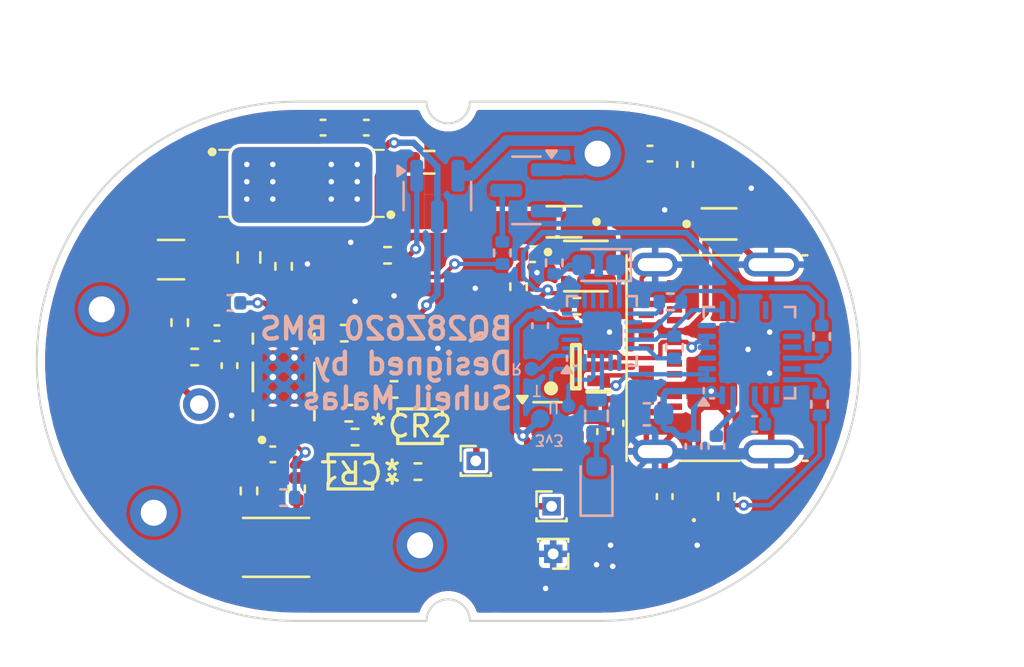
<source format=kicad_pcb>
(kicad_pcb (version 20240108) (generator "pcbnew") (generator_version "8.0")
  (layers (0 "F.Cu" signal) (31 "B.Cu" signal) (34 "B.Paste" user) (35 "F.Paste" user) (36 "B.SilkS" user "B.Silkscreen") (37 "F.SilkS" user "F.Silkscreen") (38 "B.Mask" user) (39 "F.Mask" user) (44 "Edge.Cuts" user))
  (net 0 "")
  (net 1 "VBUS")
  (net 2 "GND")
  (net 3 "+3.3V")
  (net 4 "Net-(C5-Pad1)")
  (net 5 "Vdrive")
  (net 6 "Net-(U2-VREG_1V2)")
  (net 7 "Net-(U2-VREG_2V7)")
  (net 8 "Net-(D2-K)")
  (net 9 "/MainBMS/PBI")
  (net 10 "/MainBMS/VC1")
  (net 11 "/MainBMS/SRN")
  (net 12 "/MainBMS/SRP")
  (net 13 "/MainBMS/FETCAP")
  (net 14 "Net-(C16-Pad1)")
  (net 15 "Net-(C17-Pad2)")
  (net 16 "Net-(CR1-Pad1)")
  (net 17 "Net-(CR2-Pad1)")
  (net 18 "/PowerIn/CC1")
  (net 19 "/PowerIn/CC2")
  (net 20 "Net-(D3-A)")
  (net 21 "Net-(D6-K)")
  (net 22 "/MainBMS/BAT2P")
  (net 23 "/MainBMS/CHG")
  (net 24 "/MainBMS/DSG")
  (net 25 "/MainBMS/PACK")
  (net 26 "/MainBMS/SDA")
  (net 27 "/MainBMS/SCL")
  (net 28 "Net-(IC1-TS1)")
  (net 43 "Net-(Q1-C)")
  (net 44 "Net-(Q1-E)")
  (net 45 "Net-(Q3-D-Pad5)")
  (net 46 "Net-(Q3-G)")
  (net 47 "Net-(Q4-G)")
  (net 48 "Net-(Q5-G)")
  (net 49 "Net-(Q6-Pad3)")
  (net 50 "/PowerIn/GLED")
  (net 51 "SCL")
  (net 52 "Net-(U3-PC0)")
  (net 53 "Net-(U3-PB3)")
  (net 54 "SDA")
  (net 55 "/PowerIn/VBUS_EN")
  (net 56 "/PowerIn/VBUS_VS")
  (net 57 "Net-(R13-Pad1)")
  (net 58 "Net-(R14-Pad1)")
  (net 59 "/MainBMS/BalanceB")
  (net 60 "/PowerIn/UDPI")
  (net 61 "/PowerIn/TX")
  (net 79 "/MainBMS/Bat2P")
  (net 80 "/MainBMS/PACK-")
  (net 81 "/MainBMS/Bat1n")
  (net 82 "/PowerIn/RX")
  (net 83 "/MainBMS/PACK+")
  (footprint "Resistor_SMD:R_0402_1005Metric" (layer "F.Cu") (at 160.45 103.95 180)
    (property "Reference" "R8" (hide yes))
    (property "Value" "100k" (hide yes))
  )
  (footprint "Resistor_SMD:R_0402_1005Metric" (layer "F.Cu") (at 152 107.8 180)
    (property "Reference" "R14" (hide yes))
    (property "Value" "100" (hide yes))
  )
  (footprint "Resistor_SMD:R_0402_1005Metric" (layer "F.Cu") (at 145.3 112.49 90)
    (property "Reference" "R17" (hide yes))
    (property "Value" "100" (hide yes))
  )
  (footprint "Resistor_SMD:R_0402_1005Metric" (layer "F.Cu") (at 146.9 102.11 90)
    (property "Reference" "R21" (hide yes))
    (property "Value" "5.1k" (hide yes))
  )
  (footprint "Resistor_SMD:R_0402_1005Metric" (layer "F.Cu") (at 149.7 105.2)
    (property "Reference" "R19" (hide yes))
    (property "Value" "5.1k" (hide yes))
  )
  (footprint "Tested:test" (layer "F.Cu") (at 150.5 110.3)
    (property "Reference" "TP11" (hide yes))
    (property "Value" "DataTestPoint" (hide yes))
  )
  (footprint "Capacitor_SMD:C_0402_1005Metric" (layer "F.Cu") (at 143.82 105.2 180)
    (property "Reference" "C10" (hide yes))
    (property "Value" "1u" (hide yes))
  )
  (footprint "Tested:test" (layer "F.Cu") (at 142.3 110.8)
    (property "Reference" "TP14" (hide yes))
    (property "Value" "BAT1P/BAT2N" (hide yes))
  )
  (footprint "Capacitor_SMD:C_0402_1005Metric" (layer "F.Cu") (at 158.4 101.55)
    (property "Reference" "C5" (hide yes))
    (property "Value" "0u1" (hide yes))
  )
  (footprint "Resistor_SMD:R_0402_1005Metric" (layer "F.Cu") (at 157.75 103.05 90)
    (property "Reference" "R7" (hide yes))
    (property "Value" "100" (hide yes))
  )
  (footprint "Capacitor_SMD:C_0402_1005Metric" (layer "F.Cu") (at 163.82 96.9)
    (property "Reference" "C17" (hide yes))
    (property "Value" "0u1" (hide yes))
  )
  (footprint "Resistor_SMD:R_0201_0603Metric" (layer "F.Cu") (at 163.555 115.1)
    (property "Reference" "R25" (hide yes))
    (property "Value" "0")
  )
  (footprint "Resistor_SMD:R_0402_1005Metric" (layer "F.Cu") (at 151.7 101.6 180)
    (property "Reference" "R24" (hide yes))
    (property "Value" "10k" (hide yes))
  )
  (footprint "TestPoint:TestPoint_Pad_D2.0mm" (layer "F.Cu") (at 153.2 115)
    (property "Reference" "TP7" (hide yes))
    (property "Value" "CELL1N" (hide yes))
  )
  (footprint "Tested:test" (layer "F.Cu") (at 141.5 115.9)
    (property "Reference" "TP8" (hide yes))
    (property "Value" "PackNTestPoint" (hide yes))
  )
  (footprint "Tested:test" (layer "F.Cu") (at 153.7 117.3)
    (property "Reference" "TP15" (hide yes))
    (property "Value" "BAT1N" (hide yes))
  )
  (footprint "Resistor_SMD:R_0402_1005Metric" (layer "F.Cu") (at 142.1 104.71 90)
    (property "Reference" "R16" (hide yes))
    (property "Value" "5" (hide yes))
  )
  (footprint "TestPoint:TestPoint_Pad_D2.0mm" (layer "F.Cu") (at 138.5 104.1)
    (property "Reference" "TP6" (hide yes))
    (property "Value" "CELL2P" (hide yes))
  )
  (footprint "Resistor_SMD:R_2010_5025Metric" (layer "F.Cu") (at 146.55 115.1)
    (property "Reference" "R18" (hide yes))
    (property "Value" "1m" (hide yes))
  )
  (footprint "Fuse:Fuse_1206_3216Metric" (layer "F.Cu") (at 141.7 101.8 180)
    (property "Reference" "F1" (hide yes))
    (property "Value" "Fuse" (hide yes))
  )
  (footprint "Connector_PinHeader_1.00mm:PinHeader_1x01_P1.00mm_Vertical" (layer "F.Cu") (at 155.775 111.1)
    (property "Reference" "TP17" (hide yes))
    (property "Value" "SDA" (hide yes))
  )
  (footprint "SSM6J507NU:TRANS_SSM6J507NU_LF" (layer "F.Cu") (at 160.86 102.1)
    (property "Reference" "Q6" (hide yes))
    (property "Value" "SSM6J507NU_LF" (hide yes))
  )
  (footprint "TestPoint:TestPoint_Pad_D2.0mm" (layer "F.Cu") (at 140.9 113.5)
    (property "Reference" "TP19" (hide yes))
    (property "Value" "CHARGE/DISCHARGEN" (hide yes))
  )
  (footprint "Connector_PinHeader_1.00mm:PinHeader_1x01_P1.00mm_Vertical" (layer "F.Cu") (at 159.35 115.4 180)
    (property "Reference" "TP20" (hide yes))
    (property "Value" "VSS" (hide yes))
  )
  (footprint "Resistor_SMD:R_0603_1608Metric" (layer "F.Cu") (at 153.625 97.3)
    (property "Reference" "R22" (hide yes))
    (property "Value" "10M" (hide yes))
  )
  (footprint "Capacitor_SMD:C_0402_1005Metric" (layer "F.Cu") (at 144.4 106.7 90)
    (property "Reference" "C11" (hide yes))
    (property "Value" "0u1" (hide yes))
  )
  (footprint "Resistor_SMD:R_0603_1608Metric" (layer "F.Cu") (at 145.3 101.7 -90)
    (property "Reference" "R20" (hide yes))
    (property "Value" "10M" (hide yes))
  )
  (footprint "Tested:test" (layer "F.Cu") (at 161.9 101.9)
    (property "Reference" "TP9" (hide yes))
    (property "Value" "PackPTestPoint" (hide yes))
  )
  (footprint "Resistor_SMD:R_0402_1005Metric" (layer "F.Cu") (at 149.91 108.9)
    (property "Reference" "R12" (hide yes))
    (property "Value" "100" (hide yes))
  )
  (footprint "Tested:test" (layer "F.Cu") (at 137.4 109.8)
    (property "Reference" "TP13" (hide yes))
    (property "Value" "BAT2P" (hide yes))
  )
  (footprint "Resistor_SMD:R_0402_1005Metric" (layer "F.Cu") (at 147.5 112.4 90)
    (property "Reference" "R5" (hide yes))
    (property "Value" "100" (hide yes))
  )
  (footprint "BQ28Z610:IC_BQ27441DRZR-G1A" (layer "F.Cu") (at 146.9 107.225 90)
    (property "Reference" "IC1" (hide yes))
    (property "Value" "BQ28Z610DRZR-R1" (hide yes))
  )
  (footprint "Connector_PinHeader_1.00mm:PinHeader_1x01_P1.00mm_Vertical" (layer "F.Cu") (at 159.275 113.2)
    (property "Reference" "TP18" (hide yes))
    (property "Value" "SCL" (hide yes))
  )
  (footprint "Resistor_SMD:R_0402_1005Metric" (layer "F.Cu") (at 153.1 111.6 180)
    (property "Reference" "R13" (hide yes))
    (property "Value" "100" (hide yes))
  )
  (footprint "ESDAP25:TVS_ESDA25P35-1U1M" (layer "F.Cu") (at 167.0125 100.15)
    (property "Reference" "D4" (hide yes))
    (property "Value" "ESDA25P35-1U1M" (hide yes))
  )
  (footprint "Diode_SMD:D_0402_1005Metric" (layer "F.Cu") (at 165.85 112.75 90)
    (property "Reference" "D2" (hide yes))
    (property "Value" "CDBQR0130L" (hide yes))
  )
  (footprint "ESDAP25:TVS_ESDA25P35-1U1M" (layer "F.Cu") (at 159.85 100.05 180)
    (property "Reference" "D5" (hide yes))
    (property "Value" "ESDA25P35-1U1M" (hide yes))
  )
  (footprint "Tested:test" (layer "F.Cu") (at 161.7 115.7)
    (property "Reference" "TP12" (hide yes))
    (property "Value" "GndATestPoint" (hide yes))
  )
  (footprint "Capacitor_SMD:C_0402_1005Metric" (layer "F.Cu") (at 161.75 109.75 90)
    (property "Reference" "C2" (hide yes))
    (property "Value" "1u" (hide yes))
  )
  (footprint "TPN1R603P:TPN1R603PLL1Q" (layer "F.Cu") (at 149.6 98.275 90)
    (property "Reference" "Q4" (hide yes))
    (property "Value" "TPN1R603P" (hide yes))
  )
  (footprint "NetTie:NetTie-2_SMD_Pad0.5mm" (layer "F.Cu") (at 161.4 99.45 -90)
    (property "Reference" "NT1" (hide yes))
    (property "Value" "NetTie_2" (hide yes))
  )
  (footprint "Capacitor_SMD:C_0402_1005Metric" (layer "F.Cu") (at 164.5 112.75 90)
    (property "Reference" "C8" (hide yes))
    (property "Value" "1u" (hide yes))
  )
  (footprint "Capacitor_SMD:C_0402_1005Metric" (layer "F.Cu") (at 165.44 97.4 -90)
    (property "Reference" "C18" (hide yes))
    (property "Value" "0u1" (hide yes))
  )
  (footprint "MM3Z5:ZDO_MM3Z5V6C_OSI" (layer "F.Cu") (at 149.9808 111.6 180)
    (property "Reference" "CR1")
    (property "Value" "MM3Z5V6C")
  )
  (footprint "MM3Z5:ZDO_MM3Z5V6C_OSI" (layer "F.Cu") (at 153.2 109.5)
    (property "Reference" "CR2")
    (property "Value" "MM3Z5V6C" (hide yes))
  )
  (footprint "TPN1R603P:TPN1R603PLL1Q" (layer "F.Cu") (at 145.85 98.275 -90)
    (property "Reference" "Q3" (hide yes))
    (property "Value" "TPN1R603P" (hide yes))
  )
  (footprint "Capacitor_SMD:C_0402_1005Metric" (layer "F.Cu") (at 150.72 95.7)
    (property "Reference" "C15" (hide yes))
    (property "Value" "0u1" (hide yes))
  )
  (footprint "TestPoint:TestPoint_Pad_D1.5mm" (layer "F.Cu") (at 143 108.5 180)
    (property "Reference" "TP5" (hide yes))
    (property "Value" "CELL1P" (hide yes))
  )
  (footprint "TestPoint:TestPoint_Pad_D2.0mm" (layer "F.Cu") (at 161.4 96.9)
    (property "Reference" "TP16" (hide yes))
    (property "Value" "CHARGE/DISCHARGEP" (hide yes))
  )
  (footprint "Resistor_SMD:R_0402_1005Metric" (layer "F.Cu") (at 150.2 110 180)
    (property "Reference" "R11" (hide yes))
    (property "Value" "100" (hide yes))
  )
  (footprint "Capacitor_SMD:C_0402_1005Metric" (layer "F.Cu") (at 146.4 110.8 180)
    (property "Reference" "C14" (hide yes))
    (property "Value" "0u1" (hide yes))
  )
  (footprint "Package_TO_SOT_SMD:SOT-23" (layer "F.Cu") (at 159.0875 109.95)
    (property "Reference" "U1" (hide yes))
    (property "Value" "MCP1799T-33202H/TT" (hide yes))
  )
  (footprint "Capacitor_SMD:C_0402_1005Metric" (layer "F.Cu") (at 148.72 95.7)
    (property "Reference" "C16" (hide yes))
    (property "Value" "0u1" (hide yes))
  )
  (footprint "Resistor_SMD:R_0402_1005Metric" (layer "F.Cu") (at 142.79 106.3 180)
    (property "Reference" "R15" (hide yes))
    (property "Value" "100" (hide yes))
  )
  (footprint "ESDA25W:SOT65P210X110-3N" (layer "F.Cu") (at 160.4 106.75 180)
    (property "Reference" "D1" (hide yes))
    (property "Value" "ESDA25W" (hide yes))
  )
  (footprint "Resistor_SMD:R_0402_1005Metric" (layer "F.Cu") (at 167.35 112.75 -90)
    (property "Reference" "R10" (hide yes))
    (property "Value" "470" (hide yes))
  )
  (footprint "Tested:test" (layer "F.Cu") (at 150.8 114.4)
    (property "Reference" "TP10" (hide yes))
    (property "Value" "ClockTestPoint" (hide yes))
  )
  (footprint "Connector_USB:USB_C_Receptacle_Molex_105450-0101" (layer "F.Cu") (at 166.865 106.35 90)
    (property "Reference" "J1" (hide yes))
    (property "Value" "MOLEX_105450-0101" (hide yes))
  )
  (footprint "Resistor_SMD:R_0402_1005Metric" (layer "B.Cu") (at 164.76 103.75)
    (property "Reference" "R3" (hide yes))
    (property "Value" "4k7" (hide yes))
  )
  (footprint "Resistor_SMD:R_0402_1005Metric" (layer "B.Cu") (at 157 101.49 90)
    (property "Reference" "R23" (hide yes))
    (property "Value" "10" (hide yes))
  )
  (footprint "Capacitor_SMD:C_0402_1005Metric" (layer "B.Cu") (at 166.885 110.43 90)
    (property "Reference" "C7" (hide yes))
    (property "Value" "1u" (hide yes))
  )
  (footprint "Capacitor_SMD:C_0603_1608Metric" (layer "B.Cu") (at 163.675 108.95 180)
    (property "Reference" "C1" (hide yes))
    (property "Value" "4u7" (hide yes))
  )
  (footprint "Tested:test" (layer "B.Cu") (at 158.25 104.15)
    (property "Reference" "TP3" (hide yes))
    (property "Value" "TX" (hide yes))
  )
  (footprint "Resistor_SMD:R_0603_1608Metric" (layer "B.Cu") (at 161.35 109.025 90)
    (property "Reference" "R1" (hide yes))
    (property "Value" "330" (hide yes))
  )
  (footprint "LED_SMD:LED_0603_1608Metric" (layer "B.Cu") (at 161.35 112.15 90)
    (property "Reference" "D3" (hide yes))
    (property "Value" "150060VS75000" (hide yes))
  )
  (footprint "Tested:test" (layer "B.Cu") (at 157.35 103.25)
    (property "Reference" "TP4" (hide yes))
    (property "Value" "RX" (hide yes))
  )
  (footprint "Package_DFN_QFN:QFN-24-1EP_4x4mm_P0.5mm_EP2.7x2.7mm" (layer "B.Cu") (at 168.4125 106.1)
    (property "Reference" "U2" (hide yes))
    (property "Value" "STUSB4500QTR" (hide yes))
  )
  (footprint "Capacitor_SMD:C_0402_1005Metric" (layer "B.Cu") (at 165.835 110.43 90)
    (property "Reference" "C4" (hide yes))
    (property "Value" "1u" (hide yes))
  )
  (footprint "Resistor_SMD:R_0402_1005Metric" (layer "B.Cu") (at 164.95 105.85 -90)
    (property "Reference" "R2" (hide yes))
    (property "Value" "4k7" (hide yes))
  )
  (footprint "Tested:test" (layer "B.Cu") (at 157.75 105.55)
    (property "Reference" "TP1" (hide yes))
    (property "Value" "3V3" (hide yes))
  )
  (footprint "Capacitor_SMD:C_0402_1005Metric" (layer "B.Cu") (at 144.42 103.8)
    (property "Reference" "C9" (hide yes))
    (property "Value" "2.2u" (hide yes))
  )
  (footprint "Tested:test" (layer "B.Cu") (at 159.05 104.95)
    (property "Reference" "TP2" (hide yes))
    (property "Value" "UDPI" (hide yes))
  )
  (footprint "Package_DFN_QFN:VQFN-20-1EP_3x3mm_P0.4mm_EP1.7x1.7mm" (layer "B.Cu") (at 161.6 105.1)
    (property "Reference" "U3" (hide yes))
    (property "Value" "ATtiny816-M" (hide yes))
  )
  (footprint "LED_SMD:LED_0603_1608Metric" (layer "B.Cu") (at 161.45 102.05 180)
    (property "Reference" "Q1" (hide yes))
    (property "Value" "ALS-PT19" (hide yes))
  )
  (footprint "Capacitor_SMD:C_0402_1005Metric" (layer "B.Cu") (at 158.75 104.85 90)
    (property "Reference" "C3" (hide yes))
    (property "Value" "1u" (hide yes))
  )
  (footprint "Capacitor_SMD:C_0402_1005Metric" (layer "B.Cu") (at 168.65 109.4)
    (property "Reference" "C6" (hide yes))
    (property "Value" "1u" (hide yes))
  )
  (footprint "Resistor_SMD:R_0402_1005Metric" (layer "B.Cu") (at 159.4 101.95 90)
    (property "Reference" "R4" (hide yes))
    (property "Value" "100k" (hide yes))
  )
  (footprint "Resistor_SMD:R_0402_1005Metric" (layer "B.Cu") (at 171.65 108.49 90)
    (property "Reference" "R9" (hide yes))
    (property "Value" "1k" (hide yes))
  )
  (footprint "Package_TO_SOT_SMD:SOT-23" (layer "B.Cu") (at 154 98.8625 -90)
    (property "Reference" "Q5" (hide yes))
    (property "Value" "2N7002K" (hide yes))
  )
  (footprint "Package_TO_SOT_SMD:SOT-23" (layer "B.Cu") (at 158.1125 98.6 180)
    (property "Reference" "D6" (hide yes))
    (property "Value" "BAS19" (hide yes))
  )
  (footprint "Resistor_SMD:R_0402_1005Metric" (layer "B.Cu") (at 146.9 112.8)
    (property "Reference" "TH1" (hide yes))
    (property "Value" "NTCG103JX103DT1S" (hide yes))
  )
  (footprint "Resistor_SMD:R_0402_1005Metric" (layer "B.Cu") (at 171.75 105.35 -90)
    (property "Reference" "R6" (hide yes))
    (property "Value" "18k" (hide yes))
  )
  (gr_arc (start 154.5 117.5) (mid 155.207107 117.792893) (end 155.5 118.5) (stroke (width 0.1)) (layer "Edge.Cuts"))
  (gr_line (start 153.5 118.5) (end 147.5 118.5) (stroke (width 0.1)) (layer "Edge.Cuts"))
  (gr_line (start 153.5 94.5) (end 147.5 94.5) (stroke (width 0.1)) (layer "Edge.Cuts"))
  (gr_arc (start 153.5 118.5) (mid 153.792893 117.792893) (end 154.5 117.5) (stroke (width 0.1)) (layer "Edge.Cuts"))
  (gr_arc (start 154.5 95.5) (mid 153.792893 95.207107) (end 153.5 94.5) (stroke (width 0.1)) (layer "Edge.Cuts"))
  (gr_line (start 161.5 94.5) (end 155.5 94.5) (stroke (width 0.1)) (layer "Edge.Cuts"))
  (gr_arc (start 147.5 118.5) (mid 135.5 106.5) (end 147.5 94.5) (stroke (width 0.1)) (layer "Edge.Cuts"))
  (gr_arc (start 155.5 94.5) (mid 155.207107 95.207107) (end 154.5 95.5) (stroke (width 0.1)) (layer "Edge.Cuts"))
  (gr_line (start 155.5 118.5) (end 161.5 118.5) (stroke (width 0.1)) (layer "Edge.Cuts"))
  (gr_arc (start 161.5 94.5) (mid 173.5 106.5) (end 161.5 118.5) (stroke (width 0.1)) (layer "Edge.Cuts"))
  (gr_text "R\n" (at 157.35 106.55 180) (layer "B.SilkS") (effects (font (size 0.5 0.5) (thickness 0.08) (bold yes)) (justify left bottom mirror)))
  (gr_text "U" (at 159.05 108.35 180) (layer "B.SilkS") (effects (font (size 0.5 0.5) (thickness 0.08)) (justify left bottom mirror)))
  (gr_text "T" (at 158.35 107.55 180) (layer "B.SilkS") (effects (font (size 0.5 0.5) (thickness 0.08)) (justify left bottom mirror)))
  (gr_text "3v3\n" (at 158.45 109.85 180) (layer "B.SilkS") (effects (font (size 0.5 0.5) (thickness 0.08)) (justify left bottom mirror)))
  (gr_text "BQ28Z620 BMS\nDesigned by \nSuheil Malas" (at 157.575 108.8 0) (layer "B.SilkS") (effects (font (size 1 1) (thickness 0.2) (bold yes)) (justify left bottom mirror)))
  (segment (start 164.1 104.85) (end 163.65 104.85) (width 0.25) (layer "F.Cu") (net 1))
  (segment (start 166.05 111.65) (end 166.05 108.85) (width 0.25) (layer "F.Cu") (net 1))
  (segment (start 164.95 105.1) (end 166.1 105.1) (width 0.25) (layer "F.Cu") (net 1))
  (segment (start 164.25 107.85) (end 164.5 107.6) (width 0.25) (layer "F.Cu") (net 1))
  (segment (start 165.55 105.1) (end 164.95 105.1) (width 0.3) (layer "F.Cu") (net 1))
  (segment (start 166.35 108.55) (end 166.95 108.55) (width 0.25) (layer "F.Cu") (net 1))
  (segment (start 160.025 109.95) (end 160.025 109.475) (width 0.3) (layer "F.Cu") (net 1))
  (segment (start 160.25 109.25) (end 161.73 109.25) (width 0.3) (layer "F.Cu") (net 1))
  (segment (start 161.85 108.25) (end 162.408475 108.25) (width 0.3) (layer "F.Cu") (net 1))
  (segment (start 166.95 108.55) (end 167.35 108.95) (width 0.25) (layer "F.Cu") (net 1))
  (segment (start 166.3875 104.2625) (end 165.55 105.1) (width 0.3) (layer "F.Cu") (net 1))
  (segment (start 162.408475 108.25) (end 162.808475 107.85) (width 0.3) (layer "F.Cu") (net 1))
  (segment (start 166.3875 100.15) (end 166.3875 104.2625) (width 0.3) (layer "F.Cu") (net 1))
  (segment (start 161.75 108.35) (end 161.85 108.25) (width 0.3) (layer "F.Cu") (net 1))
  (segment (start 165.85 112.265) (end 165.85 111.85) (width 0.25) (layer "F.Cu") (net 1))
  (segment (start 165.85 111.85) (end 166.05 111.65) (width 0.25) (layer "F.Cu") (net 1))
  (segment (start 164.95 105.1) (end 164.35 105.1) (width 0.25) (layer "F.Cu") (net 1))
  (segment (start 161.75 109.27) (end 161.75 108.35) (width 0.3) (layer "F.Cu") (net 1))
  (segment (start 166.35 108.4) (end 165.55 107.6) (width 0.25) (layer "F.Cu") (net 1))
  (segment (start 166.35 108.55) (end 166.35 108.4) (width 0.25) (layer "F.Cu") (net 1))
  (segment (start 166.05 108.85) (end 166.35 108.55) (width 0.25) (layer "F.Cu") (net 1))
  (segment (start 162.808475 107.85) (end 163.65 107.85) (width 0.3) (layer "F.Cu") (net 1))
  (segment (start 164.5 107.6) (end 164.95 107.6) (width 0.25) (layer "F.Cu") (net 1))
  (segment (start 163.65 107.85) (end 164.25 107.85) (width 0.25) (layer "F.Cu") (net 1))
  (segment (start 166.1 105.1) (end 166.15 105.15) (width 0.25) (layer "F.Cu") (net 1))
  (segment (start 164.35 105.1) (end 164.1 104.85) (width 0.25) (layer "F.Cu") (net 1))
  (segment (start 161.73 109.25) (end 161.75 109.27) (width 0.3) (layer "F.Cu") (net 1))
  (segment (start 160.025 109.475) (end 160.25 109.25) (width 0.3) (layer "F.Cu") (net 1))
  (segment (start 165.55 107.6) (end 164.95 107.6) (width 0.25) (layer "F.Cu") (net 1))
  (segment (start 167.35 108.95) (end 167.35 112.24) (width 0.25) (layer "F.Cu") (net 1))
  (via (at 166.65 107.878999) (size 0.508) (drill 0.254) (layers "F.Cu" "B.Cu") (net 1))
  (segment (start 166.833501 108.0625) (end 166.65 107.878999) (width 0.25) (layer "B.Cu") (net 1))
  (segment (start 165.835 109.95) (end 165.835 108.693999) (width 0.25) (layer "B.Cu") (net 1))
  (segment (start 164.45 109.55) (end 164.55 109.65) (width 0.3) (layer "B.Cu") (net 1))
  (segment (start 164.55 109.65) (end 164.85 109.65) (width 0.3) (layer "B.Cu") (net 1))
  (segment (start 164.621001 107.878999) (end 166.65 107.878999) (width 0.3) (layer "B.Cu") (net 1))
  (segment (start 164.621001 107.878999) (end 164.45 108.05) (width 0.3) (layer "B.Cu") (net 1))
  (segment (start 164.85 109.65) (end 165.15 109.95) (width 0.3) (layer "B.Cu") (net 1))
  (segment (start 164.45 108.05) (end 164.45 108.95) (width 0.3) (layer "B.Cu") (net 1))
  (segment (start 164.45 108.95) (end 164.45 109.55) (width 0.3) (layer "B.Cu") (net 1))
  (segment (start 164.325 108.95) (end 164.325 109.025) (width 0.3) (layer "B.Cu") (net 1))
  (segment (start 165.835 108.693999) (end 166.65 107.878999) (width 0.25) (layer "B.Cu") (net 1))
  (segment (start 167.1625 108.0625) (end 166.833501 108.0625) (width 0.25) (layer "B.Cu") (net 1))
  (segment (start 165.15 109.95) (end 165.835 109.95) (width 0.3) (layer "B.Cu") (net 1))
  (segment (start 167.6375 100.7375) (end 168.93 102.03) (width 0.3) (layer "F.Cu") (net 2))
  (segment (start 163.435 103.135) (end 163.435 102.655) (width 0.2) (layer "F.Cu") (net 2))
  (segment (start 146.78 107.105) (end 146.9 107.225) (width 0.3) (layer "F.Cu") (net 2))
  (segment (start 162.97 110.67) (end 164.06 110.67) (width 0.25) (layer "F.Cu") (net 2))
  (segment (start 167.6375 100.15) (end 167.6375 100.7375) (width 0.3) (layer "F.Cu") (net 2))
  (segment (start 161.75 110.23) (end 162.23 110.23) (width 0.3) (layer "F.Cu") (net 2))
  (segment (start 162.95 110.65) (end 162.97 110.67) (width 0.25) (layer "F.Cu") (net 2))
  (segment (start 145.9 108.875) (end 145.9 107.9) (width 0.225) (layer "F.Cu") (net 2))
  (segment (start 163.65 103.35) (end 163.435 103.135) (width 0.2) (layer "F.Cu") (net 2))
  (segment (start 164.85 103.35) (end 164.95 103.25) (width 0.2) (layer "F.Cu") (net 2))
  (segment (start 162.65 110.65) (end 162.95 110.65) (width 0.3) (layer "F.Cu") (net 2))
  (segment (start 162.23 110.23) (end 162.65 110.65) (width 0.3) (layer "F.Cu") (net 2))
  (segment (start 164.5 112.27) (end 164.5 111.11) (width 0.3) (layer "F.Cu") (net 2))
  (segment (start 164.85 109.35) (end 163.65 109.35) (width 0.25) (layer "F.Cu") (net 2))
  (segment (start 164.06 110.275) (end 164.06 110.67) (width 0.2) (layer "F.Cu") (net 2))
  (segment (start 164.95 109.45) (end 164.85 109.35) (width 0.25) (layer "F.Cu") (net 2))
  (segment (start 145.9 108.225) (end 146.9 107.225) (width 0.225) (layer "F.Cu") (net 2))
  (segment (start 163.65 109.35) (end 163.65 110.26) (width 0.25) (layer "F.Cu") (net 2))
  (segment (start 163.435 102.655) (end 164.06 102.03) (width 0.2) (layer "F.Cu") (net 2))
  (segment (start 163.65 110.26) (end 164.06 110.67) (width 0.25) (layer "F.Cu") (net 2))
  (segment (start 163.65 103.35) (end 164.85 103.35) (width 0.2) (layer "F.Cu") (net 2))
  (segment (start 164.95 109.45) (end 164.95 109.78) (width 0.25) (layer "F.Cu") (net 2))
  (segment (start 164.95 109.78) (end 164.06 110.67) (width 0.25) (layer "F.Cu") (net 2))
  (segment (start 164.5 111.11) (end 164.06 110.67) (width 0.3) (layer "F.Cu") (net 2))
  (segment (start 168.93 102.03) (end 169.42 102.03) (width 0.3) (layer "F.Cu") (net 2))
  (via (at 169.35 105.15) (size 0.508) (drill 0.254) (layers "F.Cu" "B.Cu") (net 2))
  (via (at 168.5 98.5) (size 0.508) (drill 0.254) (layers "F.Cu" "B.Cu") (net 2))
  (via (at 161.35 115.9) (size 0.508) (drill 0.254) (layers "F.Cu" "B.Cu") (net 2))
  (via (at 152 103.475) (size 0.508) (drill 0.254) (layers "F.Cu" "B.Cu") (net 2))
  (via (at 154.025 105.9) (size 0.508) (drill 0.254) (layers "F.Cu" "B.Cu") (net 2))
  (via (at 159 117) (size 0.508) (drill 0.254) (layers "F.Cu" "B.Cu") (net 2))
  (via (at 150 101) (size 0.508) (drill 0.254) (layers "F.Cu" "B.Cu") (net 2))
  (via (at 148 102) (size 0.508) (drill 0.254) (layers "F.Cu" "B.Cu") (net 2))
  (via (at 168.35 105.95) (size 0.508) (drill 0.254) (layers "F.Cu" "B.Cu") (net 2))
  (via (at 155.75 103.125) (size 0.508) (drill 0.254) (layers "F.Cu" "B.Cu") (net 2))
  (via (at 150.2 103.725) (size 0.508) (drill 0.254) (layers "F.Cu" "B.Cu") (net 2))
  (via (at 144.5 109) (size 0.508) (drill 0.254) (layers "F.Cu" "B.Cu") (net 2))
  (via (at 169.35 107.05) (size 0.508) (drill 0.254) (layers "F.Cu" "B.Cu") (net 2))
  (via (at 164.5 99.5) (size 0.508) (drill 0.254) (layers "F.Cu" "B.Cu") (net 2))
  (via (at 166 115) (size 0.508) (drill 0.254) (layers "F.Cu" "B.Cu") (net 2))
  (via (at 162.1 115.975) (size 0.508) (drill 0.254) (layers "F.Cu" "B.Cu") (net 2))
  (via (at 162 115) (size 0.508) (drill 0.254) (layers "F.Cu" "B.Cu") (net 2))
  (via (at 161.95 105.15) (size 0.508) (drill 0.254) (layers "F.Cu" "B.Cu") (net 2))
  (via (at 158.6 102.4) (size 0.508) (drill 0.254) (layers "F.Cu" "B.Cu") (net 2))
  (segment (start 169.16 110.93) (end 169.42 110.67) (width 0.25) (layer "B.Cu") (net 2))
  (segment (start 168.7625 105.85) (end 168.5125 106.1) (width 0.2) (layer "B.Cu") (net 2))
  (segment (start 168.1625 105.85) (end 168.1625 104.1375) (width 0.2) (layer "B.Cu") (net 2))
  (segment (start 168.17 108.07) (end 168.1625 108.0625) (width 0.25) (layer "B.Cu") (net 2))
  (segment (start 169.6625 104.85) (end 169.3625 105.15) (width 0.2) (layer "B.Cu") (net 2))
  (segment (start 168.4125 106.1) (end 168.6625 105.85) (width 0.2) (layer "B.Cu") (net 2))
  (segment (start 169.3625 105.15) (end 169.35 105.15) (width 0.2) (layer "B.Cu") (net 2))
  (segment (start 168.35 105.9375) (end 168.35 105.95) (width 0.2) (layer "B.Cu") (net 2))
  (segment (start 160.15 105.1) (end 161.6 105.1) (width 0.2) (layer "B.Cu") (net 2))
  (segment (start 169.4625 105.475) (end 169.4625 105.15) (width 0.2) (layer "B.Cu") (net 2))
  (segment (start 170.375 104.85) (end 169.6625 104.85) (width 0.2) (layer "B.Cu") (net 2))
  (segment (start 169.6625 104.1375) (end 169.6625 104.85) (width 0.2) (layer "B.Cu") (net 2))
  (segment (start 163.35 111.38) (end 164.06 110.67) (width 0.25) (layer "B.Cu") (net 2))
  (segment (start 168.3625 105.95) (end 168.5125 106.1) (width 0.2) (layer "B.Cu") (net 2))
  (segment (start 158.6 102.4) (end 158.6 102.24) (width 0.25) (layer "B.Cu") (net 2))
  (segment (start 168.2625 105.85) (end 168.35 105.9375) (width 0.2) (layer "B.Cu") (net 2))
  (segment (start 166.885 110.91) (end 169.18 110.91) (width 0.25) (layer "B.Cu") (net 2))
  (segment (start 168.35 105.95) (end 168.3625 105.95) (width 0.2) (layer "B.Cu") (net 2))
  (segment (start 164.3 110.91) (end 164.06 110.67) (width 0.25) (layer "B.Cu") (net 2))
  (segment (start 162.9 110) (end 163.57 110.67) (width 0.3) (layer "B.Cu") (net 2))
  (segment (start 168.17 109.4) (end 168.17 108.07) (width 0.25) (layer "B.Cu") (net 2))
  (segment (start 168.45 105.55) (end 168.6625 105.3375) (width 0.2) (layer "B.Cu") (net 2))
  (segment (start 162.7275 112.9375) (end 163.35 112.315) (width 0.25) (layer "B.Cu") (net 2))
  (segment (start 168.2625 106.35) (end 168.5125 106.1) (width 0.2) (layer "B.Cu") (net 2))
  (segment (start 168.6625 105.7625) (end 168.45 105.55) (width 0.2) (layer "B.Cu") (net 2))
  (segment (start 168.2625 107.175) (end 168.4625 106.975) (width 0.2) (layer "B.Cu") (net 2))
  (segment (start 158.98 105.1) (end 158.75 105.33) (width 0.2) (layer "B.Cu") (net 2))
  (segment (start 168.2625 106.775) (end 168.2625 106.35) (width 0.2) (layer "B.Cu") (net 2))
  (segment (start 169.35 105.15) (end 169.35 105.1625) (width 0.2) (layer "B.Cu") (net 2))
  (segment (start 162.9 108.95) (end 162.9 110) (width 0.3) (layer "B.Cu") (net 2))
  (segment (start 169.35 105.1625) (end 168.4125 106.1) (width 0.2) (layer "B.Cu") (net 2))
  (segment (start 168.4625 106.975) (end 168.2625 106.775) (width 0.2) (layer "B.Cu") (net 2))
  (segment (start 161.35 112.9375) (end 162.7275 112.9375) (width 0.25) (layer "B.Cu") (net 2))
  (segment (start 163.35 112.315) (end 163.35 111.38) (width 0.25) (layer "B.Cu") (net 2))
  (segment (start 168.1625 106.35) (end 168.1625 108.0625) (width 0.2) (layer "B.Cu") (net 2))
  (segment (start 160.15 105.1) (end 158.98 105.1) (width 0.2) (layer "B.Cu") (net 2))
  (segment (start 163.57 110.67) (end 164.06 110.67) (width 0.3) (layer "B.Cu") (net 2))
  (segment (start 168.6625 105.85) (end 168.6625 105.7625) (width 0.2) (layer "B.Cu") (net 2))
  (segment (start 168.4125 106.1) (end 168.1625 106.35) (width 0.2) (layer "B.Cu") (net 2))
  (segment (start 168.6625 105.3375) (end 168.6625 104.1375) (width 0.2) (layer "B.Cu") (net 2))
  (segment (start 165.835 110.91) (end 164.3 110.91) (width 0.25) (layer "B.Cu") (net 2))
  (segment (start 158.6 102.24) (end 159.4 101.44) (width 0.25) (layer "B.Cu") (net 2))
  (segment (start 169.1375 105.475) (end 168.5125 106.1) (width 0.2) (layer "B.Cu") (net 2))
  (segment (start 168.4125 106.1) (end 168.1625 105.85) (width 0.2) (layer "B.Cu") (net 2))
  (segment (start 169.18 110.91) (end 169.42 110.67) (width 0.25) (layer "B.Cu") (net 2))
  (segment (start 169.4625 105.475) (end 169.1375 105.475) (width 0.2) (layer "B.Cu") (net 2))
  (segment (start 158.15 110.15) (end 157.95 109.95) (width 0.3) (layer "F.Cu") (net 3))
  (segment (start 158.15 110.9) (end 158.15 110.15) (width 0.3) (layer "F.Cu") (net 3))
  (via (at 157.95 109.95) (size 0.508) (drill 0.254) (layers "F.Cu" "B.Cu") (net 3))
  (segment (start 158.23 104.37) (end 158.75 104.37) (width 0.3) (layer "B.Cu") (net 3))
  (segment (start 160.15 104.7) (end 159.6 104.7) (width 0.2) (layer "B.Cu") (net 3))
  (segment (start 157.65 109.65) (end 157.65 104.95) (width 0.3) (layer "B.Cu") (net 3))
  (segment (start 157.65 104.95) (end 158.23 104.37) (width 0.3) (layer "B.Cu") (net 3))
  (segment (start 157.95 109.95) (end 157.65 109.65) (width 0.3) (layer "B.Cu") (net 3))
  (segment (start 159.27 104.37) (end 158.75 104.37) (width 0.2) (layer "B.Cu") (net 3))
  (segment (start 158.75 109.15) (end 157.95 109.95) (width 0.3) (layer "B.Cu") (net 3))
  (segment (start 159.6 104.7) (end 159.27 104.37) (width 0.2) (layer "B.Cu") (net 3))
  (segment (start 157.92 101.93) (end 157.75 102.1) (width 0.25) (layer "F.Cu") (net 4))
  (segment (start 157.92 101.55) (end 157.92 101.93) (width 0.25) (layer "F.Cu") (net 4))
  (segment (start 157.75 102.1) (end 157.75 102.54) (width 0.25) (layer "F.Cu") (net 4))
  (segment (start 159.3 101.75) (end 159.9225 101.75) (width 0.25) (layer "F.Cu") (net 5))
  (segment (start 159.9225 102.1) (end 159.9225 101.75) (width 0.25) (layer "F.Cu") (net 5))
  (segment (start 159.9225 101.75) (end 159.9225 101.45) (width 0.25) (layer "F.Cu") (net 5))
  (segment (start 158.88 101.55) (end 159.1 101.55) (width 0.25) (layer "F.Cu") (net 5))
  (segment (start 159.1 101.55) (end 159.3 101.75) (width 0.25) (layer "F.Cu") (net 5))
  (segment (start 168.6625 108.4625) (end 169.13 108.93) (width 0.25) (layer "B.Cu") (net 6))
  (segment (start 169.13 108.93) (end 169.13 109.4) (width 0.25) (layer "B.Cu") (net 6))
  (segment (start 168.6625 108.0625) (end 168.6625 108.4625) (width 0.25) (layer "B.Cu") (net 6))
  (segment (start 169.15 109.38) (end 169.13 109.4) (width 0.2) (layer "B.Cu") (net 6))
  (segment (start 167.6625 108.892501) (end 167.6625 108.0625) (width 0.25) (layer "B.Cu") (net 7))
  (segment (start 166.885 109.670001) (end 167.6625 108.892501) (width 0.25) (layer "B.Cu") (net 7))
  (segment (start 166.885 109.95) (end 166.885 109.670001) (width 0.25) (layer "B.Cu") (net 7))
  (segment (start 167.46 113.15) (end 167.35 113.26) (width 0.2) (layer "F.Cu") (net 8))
  (segment (start 164.53 113.26) (end 164.5 113.23) (width 0.25) (layer "F.Cu") (net 8))
  (segment (start 168.15 113.15) (end 167.46 113.15) (width 0.2) (layer "F.Cu") (net 8))
  (segment (start 167.35 113.26) (end 164.53 113.26) (width 0.25) (layer "F.Cu") (net 8))
  (segment (start 167.31 113.3) (end 167.35 113.26) (width 0.25) (layer "F.Cu") (net 8))
  (via (at 168.15 113.15) (size 0.508) (drill 0.254) (layers "F.Cu" "B.Cu") (net 8))
  (segment (start 171.65 109) (end 171.65 110.85) (width 0.2) (layer "B.Cu") (net 8))
  (segment (start 169.35 113.15) (end 168.15 113.15) (width 0.2) (layer "B.Cu") (net 8))
  (segment (start 171.65 110.85) (end 169.35 113.15) (width 0.2) (layer "B.Cu") (net 8))
  (segment (start 146.7 105.25) (end 146.7 104.487348) (width 0.225) (layer "F.Cu") (net 9))
  (segment (start 146.7 104.487348) (end 146.012652 103.8) (width 0.225) (layer "F.Cu") (net 9))
  (segment (start 146.012652 103.8) (end 145.7 103.8) (width 0.225) (layer "F.Cu") (net 9))
  (via (at 145.7 103.8) (size 0.508) (drill 0.254) (layers "F.Cu" "B.Cu") (net 9))
  (segment (start 145.7 103.8) (end 144.9 103.8) (width 0.225) (layer "B.Cu") (net 9))
  (segment (start 144.35 105.25) (end 144.4 105.2) (width 0.25) (layer "F.Cu") (net 10))
  (segment (start 144.32 106.19) (end 144.35 106.22) (width 0.25) (layer "F.Cu") (net 10))
  (segment (start 145.85 105.2) (end 145.9 105.25) (width 0.25) (layer "F.Cu") (net 10))
  (segment (start 144.3 106.17) (end 144.35 106.22) (width 0.4) (layer "F.Cu") (net 10))
  (segment (start 143.3 106.3) (end 144.27 106.3) (width 0.3) (layer "F.Cu") (net 10))
  (segment (start 144.27 106.3) (end 144.35 106.22) (width 0.3) (layer "F.Cu") (net 10))
  (segment (start 144.3 105.2) (end 145.85 105.2) (width 0.25) (layer "F.Cu") (net 10))
  (segment (start 144.35 105.25) (end 144.3 105.2) (width 0.25) (layer "F.Cu") (net 10))
  (segment (start 144.35 106.22) (end 144.35 105.25) (width 0.25) (layer "F.Cu") (net 10))
  (segment (start 145.72 111.98) (end 145.3 111.98) (width 0.3) (layer "F.Cu") (net 11))
  (segment (start 145.92 110.8) (end 145.92 111.78) (width 0.3) (layer "F.Cu") (net 11))
  (segment (start 146.3 109.2) (end 146.3 109.8) (width 0.2) (layer "F.Cu") (net 11))
  (segment (start 145.92 111.78) (end 145.72 111.98) (width 0.3) (layer "F.Cu") (net 11))
  (segment (start 146.3 109.8) (end 145.92 110.18) (width 0.2) (layer "F.Cu") (net 11))
  (segment (start 145.92 110.18) (end 145.92 110.8) (width 0.2) (layer "F.Cu") (net 11))
  (segment (start 146.88 111.78) (end 146.88 110.8) (width 0.3) (layer "F.Cu") (net 12))
  (segment (start 146.7 110.2) (end 146.88 110.38) (width 0.2) (layer "F.Cu") (net 12))
  (segment (start 146.88 110.38) (end 146.88 110.8) (width 0.2) (layer "F.Cu") (net 12))
  (segment (start 146.99 111.89) (end 147.5 111.89) (width 0.3) (layer "F.Cu") (net 12))
  (segment (start 146.7 109.2) (end 146.7 110.2) (width 0.2) (layer "F.Cu") (net 12))
  (segment (start 146.99 111.89) (end 146.88 111.78) (width 0.3) (layer "F.Cu") (net 12))
  (segment (start 146.7 109.2) (end 146.696 109.204) (width 0.2) (layer "F.Cu") (net 12))
  (segment (start 149.2 95.7) (end 150.24 95.7) (width 0.4) (layer "F.Cu") (net 13))
  (segment (start 165.42 96.9) (end 165.44 96.92) (width 0.3) (layer "F.Cu") (net 15))
  (segment (start 164.3 96.9) (end 165.42 96.9) (width 0.3) (layer "F.Cu") (net 15))
  (segment (start 151.2 111.6) (end 151.8 111.6) (width 0.3) (layer "F.Cu") (net 16))
  (segment (start 151.1 110) (end 151.2 110.1) (width 0.2) (layer "F.Cu") (net 16))
  (segment (start 151.9 111.6) (end 152.59 111.6) (width 0.3) (layer "F.Cu") (net 16))
  (segment (start 150.71 110) (end 150.7 110) (width 0.2) (layer "F.Cu") (net 16))
  (segment (start 150.71 110) (end 151.1 110) (width 0.2) (layer "F.Cu") (net 16))
  (segment (start 151.8 110.8) (end 151.8 111.6) (width 0.15494) (layer "F.Cu") (net 16))
  (segment (start 151.2 110.1) (end 151.2 111.6) (width 0.2) (layer "F.Cu") (net 16))
  (segment (start 151.8 111.6) (end 151.9 111.6) (width 0.3) (layer "F.Cu") (net 16))
  (segment (start 151.8 111.5) (end 151.9 111.6) (width 0.127) (layer "F.Cu") (net 16))
  (segment (start 151.49 107.8) (end 151.49 108.69) (width 0.3) (layer "F.Cu") (net 17))
  (segment (start 151.5 107.79) (end 151.49 107.8) (width 0.15494) (layer "F.Cu") (net 17))
  (segment (start 151.4 109.5) (end 151.9808 109.5) (width 0.2) (layer "F.Cu") (net 17))
  (segment (start 150.8 108.9) (end 151.4 109.5) (width 0.2) (layer "F.Cu") (net 17))
  (segment (start 151.9808 109.1808) (end 151.9808 109.5) (width 0.3) (layer "F.Cu") (net 17))
  (segment (start 150.42 108.9) (end 150.8 108.9) (width 0.2) (layer "F.Cu") (net 17))
  (segment (start 151.5 106.7) (end 151.5 107.79) (width 0.15494) (layer "F.Cu") (net 17))
  (segment (start 151.49 108.69) (end 151.9808 109.1808) (width 0.3) (layer "F.Cu") (net 17))
  (segment (start 162.95 107.15) (end 163.05 107.25) (width 0.2) (layer "F.Cu") (net 18))
  (segment (start 163.55 107.25) (end 163.65 107.35) (width 0.2) (layer "F.Cu") (net 18))
  (segment (start 161.45 107.4) (end 161.7 107.15) (width 0.2) (layer "F.Cu") (net 18))
  (segment (start 161.675 107.625) (end 161.45 107.4) (width 0.2) (layer "F.Cu") (net 18))
  (segment (start 163.05 107.25) (end 163.55 107.25) (width 0.2) (layer "F.Cu") (net 18))
  (segment (start 161.7 107.15) (end 162.95 107.15) (width 0.2) (layer "F.Cu") (net 18))
  (segment (start 162.25 107.625) (end 161.675 107.625) (width 0.2) (layer "F.Cu") (net 18))
  (via (at 162.25 107.625) (size 0.508) (drill 0.254) (layers "F.Cu" "B.Cu") (net 18))
  (segment (start 166.45 107.35) (end 166.45 107.05) (width 0.2) (layer "B.Cu") (net 18))
  (segment (start 162.25 107.625) (end 162.775 107.1) (width 0.2) (layer "B.Cu") (net 18))
  (segment (start 162.775 107.1) (end 166.4 107.1) (width 0.2) (layer "B.Cu") (net 18))
  (segment (start 166.4 107.1) (end 166.45 107.05) (width 0.2) (layer "B.Cu") (net 18))
  (segment (start 166.45 107.05) (end 166.45 106.85) (width 0.2) (layer "B.Cu") (net 18))
  (segment (start 165.5 105.6) (end 165.75 105.85) (width 0.2) (layer "F.Cu") (net 19))
  (segment (start 164.95 105.6) (end 164.4 105.6) (width 0.2) (layer "F.Cu") (net 19))
  (segment (start 162.3 106.1) (end 161.45 106.1) (width 0.2) (layer "F.Cu") (net 19))
  (segment (start 164.3 105.7) (end 164.3 106.2) (width 0.2) (layer "F.Cu") (net 19))
  (segment (start 162.55 106.35) (end 162.3 106.1) (width 0.2) (layer "F.Cu") (net 19))
  (segment (start 164.95 105.6) (end 165.5 105.6) (width 0.2) (layer "F.Cu") (net 19))
  (segment (start 164.4 105.6) (end 164.3 105.7) (width 0.2) (layer "F.Cu") (net 19))
  (segment (start 164.3 106.2) (end 164.15 106.35) (width 0.2) (layer "F.Cu") (net 19))
  (segment (start 164.15 106.35) (end 162.55 106.35) (width 0.2) (layer "F.Cu") (net 19))
  (segment (start 161.45 106.25) (end 161.45 106.1) (width 0.2) (layer "F.Cu") (net 19))
  (via (at 165.75 105.85) (size 0.508) (drill 0.254) (layers "F.Cu" "B.Cu") (net 19))
  (segment (start 166.45 105.65) (end 166.45 105.6) (width 0.2) (layer "B.Cu") (net 19))
  (segment (start 166 105.6) (end 165.75 105.85) (width 0.2) (layer "B.Cu") (net 19))
  (segment (start 166.45 105.6) (end 166 105.6) (width 0.2) (layer "B.Cu") (net 19))
  (segment (start 166.45 105.85) (end 166.45 105.65) (width 0.2) (layer "B.Cu") (net 19))
  (segment (start 166.45 105.65) (end 166.45 105.35) (width 0.2) (layer "B.Cu") (net 19))
  (segment (start 161.35 111.3625) (end 161.35 109.7) (width 0.25) (layer "B.Cu") (net 20))
  (segment (start 157 100.98) (end 157 98.775) (width 0.25) (layer "B.Cu") (net 21))
  (segment (start 157 98.775) (end 157.175 98.6) (width 0.25) (layer "B.Cu") (net 21))
  (segment (start 138.7 103.9) (end 138.5 104.1) (width 0.3) (layer "F.Cu") (net 22))
  (segment (start 142.1 104.2) (end 138.6 104.2) (width 0.25) (layer "F.Cu") (net 22))
  (segment (start 138.6 104.2) (end 138.5 104.1) (width 0.25) (layer "F.Cu") (net 22))
  (segment (start 147.1 103.9) (end 146.9 103.7) (width 0.2) (layer "F.Cu") (net 23))
  (segment (start 146.9 103.7) (end 146.9 102.62) (width 0.2) (layer "F.Cu") (net 23))
  (segment (start 147.1 105.25) (end 147.1 103.9) (width 0.2) (layer "F.Cu") (net 23))
  (segment (start 149.14 105.25) (end 149.19 105.2) (width 0.25) (layer "F.Cu") (net 24))
  (segment (start 147.9 105.25) (end 149.14 105.25) (width 0.25) (layer "F.Cu") (net 24))
  (segment (start 154.2 102.6) (end 154.8 102) (width 0.2) (layer "F.Cu") (net 25))
  (segment (start 149.5 102.6) (end 154.2 102.6) (width 0.2) (layer "F.Cu") (net 25))
  (segment (start 147.5 105.25) (end 147.5 104.6) (width 0.2) (layer "F.Cu") (net 25))
  (segment (start 147.5 104.6) (end 149.5 102.6) (width 0.2) (layer "F.Cu") (net 25))
  (via (at 154.8 102) (size 0.508) (drill 0.254) (layers "F.Cu" "B.Cu") (net 25))
  (segment (start 154.8 102) (end 157 102) (width 0.2) (layer "B.Cu") (net 25))
  (segment (start 147.9 109.2) (end 148.2 108.9) (width 0.2) (layer "F.Cu") (net 26))
  (segment (start 149.4 108.9) (end 148.2 108.9) (width 0.2) (layer "F.Cu") (net 26))
  (segment (start 147.7 110) (end 149.69 110) (width 0.2) (layer "F.Cu") (net 27))
  (segment (start 147.5 109.2) (end 147.5 109.8) (width 0.2) (layer "F.Cu") (net 27))
  (segment (start 147.5 109.8) (end 147.7 110) (width 0.2) (layer "F.Cu") (net 27))
  (segment (start 147.1 110) (end 147.1 109.2) (width 0.2) (layer "F.Cu") (net 28))
  (segment (start 147.8 110.7) (end 147.1 110) (width 0.2) (layer "F.Cu") (net 28))
  (segment (start 147.9 110.7) (end 147.8 110.7) (width 0.2) (layer "F.Cu") (net 28))
  (via (at 147.9 110.7) (size 0.508) (drill 0.254) (layers "F.Cu" "B.Cu") (net 28))
  (segment (start 147.9 110.7) (end 147.41 111.19) (width 0.2) (layer "B.Cu") (net 28))
  (segment (start 147.41 111.19) (end 147.41 112.8) (width 0.2) (layer "B.Cu") (net 28))
  (segment (start 162.4 102.2125) (end 162.2375 102.05) (width 0.2) (layer "B.Cu") (net 43))
  (segment (start 162.4 103.65) (end 162.4 102.2125) (width 0.2) (layer "B.Cu") (net 43))
  (segment (start 160.85 102.85) (end 160.6625 102.6625) (width 0.2) (layer "B.Cu") (net 44))
  (segment (start 159.69 102.46) (end 160.1 102.05) (width 0.25) (layer "B.Cu") (net 44))
  (segment (start 160.1 102.05) (end 160.6625 102.05) (width 0.25) (layer "B.Cu") (net 44))
  (segment (start 159.4 102.46) (end 159.69 102.46) (width 0.25) (layer "B.Cu") (net 44))
  (segment (start 160.6625 102.6625) (end 160.6625 102.05) (width 0.2) (layer "B.Cu") (net 44))
  (segment (start 160.6625 102.2625) (end 160.6625 102.15) (width 0.25) (layer "B.Cu") (net 44))
  (segment (start 162 103.65) (end 162 103) (width 0.2) (layer "B.Cu") (net 44))
  (segment (start 162 103) (end 161.85 102.85) (width 0.2) (layer "B.Cu") (net 44))
  (segment (start 161.85 102.85) (end 160.85 102.85) (width 0.2) (layer "B.Cu") (net 44))
  (via (at 149.1 97.4) (size 0.508) (drill 0.254) (layers "F.Cu" "B.Cu") (net 45))
  (via (at 145.2 99) (size 0.508) (drill 0.254) (layers "F.Cu" "B.Cu") (net 45))
  (via (at 149.1 98.2) (size 0.508) (drill 0.254) (layers "F.Cu" "B.Cu") (net 45))
  (via (at 149.1 99) (size 0.508) (drill 0.254) (layers "F.Cu" "B.Cu") (net 45))
  (via (at 146.4 99) (size 0.508) (drill 0.254) (layers "F.Cu" "B.Cu") (net 45))
  (via (at 145.2 97.4) (size 0.508) (drill 0.254) (layers "F.Cu" "B.Cu") (net 45))
  (via (at 150.3 98.2) (size 0.508) (drill 0.254) (layers "F.Cu" "B.Cu") (net 45))
  (via (at 150.3 99) (size 0.508) (drill 0.254) (layers "F.Cu" "B.Cu") (net 45))
  (via (at 146.4 98.2) (size 0.508) (drill 0.254) (layers "F.Cu" "B.Cu") (net 45))
  (via (at 145.2 98.2) (size 0.508) (drill 0.254) (layers "F.Cu" "B.Cu") (net 45))
  (via (at 150.3 97.4) (size 0.508) (drill 0.254) (layers "F.Cu" "B.Cu") (net 45))
  (via (at 146.4 97.4) (size 0.508) (drill 0.254) (layers "F.Cu" "B.Cu") (net 45))
  (segment (start 146.9 101.1) (end 146.675 100.875) (width 0.2) (layer "F.Cu") (net 46))
  (segment (start 143.95 99.85) (end 143.95 99.25) (width 0.4) (layer "F.Cu") (net 46))
  (segment (start 144.975 100.875) (end 143.95 99.85) (width 0.4) (layer "F.Cu") (net 46))
  (segment (start 146.9 101.6) (end 146.9 101.1) (width 0.2) (layer "F.Cu") (net 46))
  (segment (start 145.3 100.875) (end 144.975 100.875) (width 0.4) (layer "F.Cu") (net 46))
  (segment (start 146.675 100.875) (end 145.3 100.875) (width 0.2) (layer "F.Cu") (net 46))
  (segment (start 151.5 97.3) (end 152.8 97.3) (width 0.3) (layer "F.Cu") (net 47))
  (segment (start 151.8 96.4) (end 151.5 96.7) (width 0.3) (layer "F.Cu") (net 47))
  (segment (start 152.3 105.2) (end 153.5 104) (width 0.25) (layer "F.Cu") (net 47))
  (segment (start 152 96.4) (end 151.8 96.4) (width 0.3) (layer "F.Cu") (net 47))
  (segment (start 153.5 104) (end 153.5 103.9) (width 0.25) (layer "F.Cu") (net 47))
  (segment (start 152.3 105.2) (end 150.21 105.2) (width 0.25) (layer "F.Cu") (net 47))
  (segment (start 151.5 96.7) (end 151.5 97.3) (width 0.3) (layer "F.Cu") (net 47))
  (via (at 152 96.4) (size 0.508) (drill 0.254) (layers "F.Cu" "B.Cu") (net 47))
  (via (at 153.5 103.9) (size 0.508) (drill 0.254) (layers "F.Cu" "B.Cu") (net 47))
  (segment (start 153.5 103.9) (end 154 103.4) (width 0.3) (layer "B.Cu") (net 47))
  (segment (start 152.903052 96.4) (end 152 96.4) (width 0.3) (layer "B.Cu") (net 47))
  (segment (start 154 103.4) (end 154 99.8) (width 0.3) (layer "B.Cu") (net 47))
  (segment (start 154 97.496948) (end 154 99.8) (width 0.3) (layer "B.Cu") (net 47))
  (segment (start 152.903052 96.4) (end 154 97.496948) (width 0.3) (layer "B.Cu") (net 47))
  (segment (start 153 101.3) (end 152.7 101.6) (width 0.25) (layer "F.Cu") (net 48))
  (segment (start 152.7 101.6) (end 152.21 101.6) (width 0.25) (layer "F.Cu") (net 48))
  (via (at 153 101.3) (size 0.508) (drill 0.254) (layers "F.Cu" "B.Cu") (net 48))
  (segment (start 153.05 101.25) (end 153.05 97.925) (width 0.25) (layer "B.Cu") (net 48))
  (segment (start 153 101.3) (end 153.05 101.25) (width 0.25) (layer "B.Cu") (net 48))
  (segment (start 159.94 103.95) (end 159.94 103.35) (width 0.2) (layer "F.Cu") (net 49))
  (segment (start 157.75 103.56) (end 158.74 103.56) (width 0.25) (layer "F.Cu") (net 49))
  (segment (start 158.74 103.56) (end 158.76 103.56) (width 0.25) (layer "F.Cu") (net 49))
  (segment (start 159.25 103.35) (end 159.94 103.35) (width 0.2) (layer "F.Cu") (net 49))
  (segment (start 158.76 103.56) (end 159.15 103.95) (width 0.25) (layer "F.Cu") (net 49))
  (segment (start 159.15 103.95) (end 159.94 103.95) (width 0.25) (layer "F.Cu") (net 49))
  (segment (start 159.94 103.35) (end 159.94 102.7675) (width 0.2) (layer "F.Cu") (net 49))
  (segment (start 159.1 103.2) (end 159.25 103.35) (width 0.2) (layer "F.Cu") (net 49))
  (segment (start 158.74 103.56) (end 159.1 103.2) (width 0.25) (layer "F.Cu") (net 49))
  (segment (start 159.94 102.7675) (end 159.9225 102.75) (width 0.2) (layer "F.Cu") (net 49))
  (via (at 159.1 103.2) (size 0.508) (drill 0.254) (layers "F.Cu" "B.Cu") (net 49))
  (segment (start 165.5 100.55) (end 158.85 100.55) (width 0.25) (layer "B.Cu") (net 49))
  (segment (start 158.55 103.2) (end 159.1 103.2) (width 0.2) (layer "B.Cu") (net 49))
  (segment (start 168.05 103.1) (end 165.5 100.55) (width 0.25) (layer "B.Cu") (net 49))
  (segment (start 157.965 102.615) (end 158.55 103.2) (width 0.2) (layer "B.Cu") (net 49))
  (segment (start 171.1 103.1) (end 168.05 103.1) (width 0.25) (layer "B.Cu") (net 49))
  (segment (start 158.85 100.55) (end 158.65 100.75) (width 0.25) (layer "B.Cu") (net 49))
  (segment (start 171.75 104.84) (end 171.75 103.75) (width 0.25) (layer "B.Cu") (net 49))
  (segment (start 171.75 103.75) (end 171.1 103.1) (width 0.25) (layer "B.Cu") (net 49))
  (segment (start 158.65 100.75) (end 157.965 101.435) (width 0.2) (layer "B.Cu") (net 49))
  (segment (start 157.965 101.435) (end 157.965 102.615) (width 0.2) (layer "B.Cu") (net 49))
  (segment (start 161.6 107.8) (end 161.6 106.55) (width 0.2) (layer "B.Cu") (net 50))
  (segment (start 161.35 108.05) (end 161.6 107.8) (width 0.2) (layer "B.Cu") (net 50))
  (segment (start 164.95 104.95) (end 164.95 105.34) (width 0.2) (layer "B.Cu") (net 51))
  (segment (start 165.7625 104.1375) (end 167.1625 104.1375) (width 0.2) (layer "B.Cu") (net 51))
  (segment (start 164.95 104.95) (end 165.7625 104.1375) (width 0.2) (layer "B.Cu") (net 51))
  (segment (start 164.26 105.34) (end 164.95 105.34) (width 0.2) (layer "B.Cu") (net 51))
  (segment (start 163.05 105.5) (end 164.1 105.5) (width 0.2) (layer "B.Cu") (net 51))
  (segment (start 164.1 105.5) (end 164.26 105.34) (width 0.2) (layer "B.Cu") (net 51))
  (segment (start 163.7 105.9) (end 164.16 106.36) (width 0.2) (layer "B.Cu") (net 52))
  (segment (start 164.16 106.36) (end 164.95 106.36) (width 0.2) (layer "B.Cu") (net 52))
  (segment (start 163.05 105.9) (end 163.7 105.9) (width 0.2) (layer "B.Cu") (net 52))
  (segment (start 163.05 104.3) (end 164.1 104.3) (width 0.2) (layer "B.Cu") (net 53))
  (segment (start 164.25 104.15) (end 164.25 103.75) (width 0.2) (layer "B.Cu") (net 53))
  (segment (start 164.1 104.3) (end 164.25 104.15) (width 0.2) (layer "B.Cu") (net 53))
  (segment (start 165.25 103.75) (end 163.9 105.1) (width 0.2) (layer "B.Cu") (net 54))
  (segment (start 167.187499 103.25) (end 167.6625 103.725001) (width 0.2) (layer "B.Cu") (net 54))
  (segment (start 165.27 103.43) (end 165.45 103.25) (width 0.2) (layer "B.Cu") (net 54))
  (segment (start 165.27 103.75) (end 165.27 103.43) (width 0.2) (layer "B.Cu") (net 54))
  (segment (start 163.9 105.1) (end 163.05 105.1) (width 0.2) (layer "B.Cu") (net 54))
  (segment (start 167.6625 103.725001) (end 167.6625 104.1375) (width 0.2) (layer "B.Cu") (net 54))
  (segment (start 165.45 103.25) (end 167.187499 103.25) (width 0.2) (layer "B.Cu") (net 54))
  (segment (start 165.27 103.75) (end 165.25 103.75) (width 0.2) (layer "B.Cu") (net 54))
  (segment (start 171.65 106.35) (end 170.375 106.35) (width 0.2) (layer "B.Cu") (net 55))
  (segment (start 171.75 106.25) (end 171.75 105.86) (width 0.2) (layer "B.Cu") (net 55))
  (segment (start 171.65 106.35) (end 171.75 106.25) (width 0.2) (layer "B.Cu") (net 55))
  (segment (start 171.65 107.5) (end 171.65 107.98) (width 0.2) (layer "B.Cu") (net 56))
  (segment (start 170.375 107.35) (end 171.5 107.35) (width 0.2) (layer "B.Cu") (net 56))
  (segment (start 171.5 107.35) (end 171.65 107.5) (width 0.2) (layer "B.Cu") (net 56))
  (segment (start 157.625 113.2) (end 159.275 113.2) (width 0.3) (layer "F.Cu") (net 57))
  (segment (start 154.335 112.325) (end 156.75 112.325) (width 0.3) (layer "F.Cu") (net 57))
  (segment (start 153.61 111.6) (end 154.335 112.325) (width 0.3) (layer "F.Cu") (net 57))
  (segment (start 156.75 112.325) (end 157.625 113.2) (width 0.3) (layer "F.Cu") (net 57))
  (segment (start 155.775 111.1) (end 155.8 111.075) (width 0.3) (layer "F.Cu") (net 58))
  (segment (start 155.8 111.075) (end 155.8 109.125) (width 0.3) (layer "F.Cu") (net 58))
  (segment (start 154.475 107.8) (end 152.51 107.8) (width 0.3) (layer "F.Cu") (net 58))
  (segment (start 155.8 109.125) (end 154.475 107.8) (width 0.3) (layer "F.Cu") (net 58))
  (segment (start 143 108.05) (end 143.04 108.09) (width 0.4) (layer "F.Cu") (net 59))
  (segment (start 142.28 107.2) (end 142.28 107.78) (width 0.3) (layer "F.Cu") (net 59))
  (segment (start 143.3 107.2) (end 142.28 107.2) (width 0.15494) (layer "F.Cu") (net 59))
  (segment (start 142.28 106.3) (end 142.28 107.2) (width 0.3) (layer "F.Cu") (net 59))
  (segment (start 142.2 106.22) (end 142.28 106.3) (width 0.15494) (layer "F.Cu") (net 59))
  (segment (start 142.28 107.78) (end 143 108.5) (width 0.3) (layer "F.Cu") (net 59))
  (segment (start 143.15 108.38) (end 143.04 108.49) (width 0.4) (layer "F.Cu") (net 59))
  (segment (start 143.04 108.49) (end 143.04 108.6) (width 0.4) (layer "F.Cu") (net 59))
  (segment (start 161.2 106.55) (end 161.2 107.2) (width 0.2) (layer "B.Cu") (net 60))
  (segment (start 161.05 107.35) (end 160.35 107.35) (width 0.2) (layer "B.Cu") (net 60))
  (segment (start 160.35 107.35) (end 160.05 107.65) (width 0.2) (layer "B.Cu") (net 60))
  (segment (start 160.05 107.65) (end 160.05 108.55) (width 0.2) (layer "B.Cu") (net 60))
  (segment (start 161.2 107.2) (end 161.05 107.35) (width 0.2) (layer "B.Cu") (net 60))
  (segment (start 160.355025 106.85) (end 159.45 106.85) (width 0.2) (layer "B.Cu") (net 61))
  (segment (start 160.8 106.55) (end 160.655025 106.55) (width 0.2) (layer "B.Cu") (net 61))
  (segment (start 159.25 107.05) (end 159.25 107.75) (width 0.2) (layer "B.Cu") (net 61))
  (segment (start 160.655025 106.55) (end 160.355025 106.85) (width 0.2) (layer "B.Cu") (net 61))
  (segment (start 159.45 106.85) (end 159.25 107.05) (width 0.2) (layer "B.Cu") (net 61))
  (segment (start 146.164644 104.5) (end 146.182322 104.517678) (width 0.25) (layer "F.Cu") (net 79))
  (segment (start 143.34 105.2) (end 143.34 104.66) (width 0.25) (layer "F.Cu") (net 79))
  (segment (start 143.5 104.5) (end 146.164644 104.5) (width 0.25) (layer "F.Cu") (net 79))
  (segment (start 146.3 104.6) (end 146.2 104.5) (width 0.2) (layer "F.Cu") (net 79))
  (segment (start 143.34 104.66) (end 143.5 104.5) (width 0.25) (layer "F.Cu") (net 79))
  (segment (start 146.3 105.25) (end 146.3 104.6) (width 0.2) (layer "F.Cu") (net 79))
  (segment (start 142.12 105.2) (end 142.1 105.22) (width 0.25) (layer "F.Cu") (net 79))
  (segment (start 143.34 105.2) (end 142.12 105.2) (width 0.25) (layer "F.Cu") (net 79))
  (segment (start 144.2375 115.1) (end 145.1 115.1) (width 0.3) (layer "F.Cu") (net 80))
  (segment (start 145.1 115.1) (end 145.3 114.9) (width 0.3) (layer "F.Cu") (net 80))
  (segment (start 145.3 114.9) (end 145.3 113) (width 0.3) (layer "F.Cu") (net 80))
  (segment (start 148.8625 115.1) (end 147.8 115.1) (width 0.3) (layer "F.Cu") (net 81))
  (segment (start 147.5 114.8) (end 147.5 112.91) (width 0.3) (layer "F.Cu") (net 81))
  (segment (start 147.8 115.1) (end 147.5 114.8) (width 0.3) (layer "F.Cu") (net 81))
  (segment (start 159.35 106.25) (end 158.75 106.85) (width 0.2) (layer "B.Cu") (net 82))
  (segment (start 158.75 106.85) (end 158.35 106.85) (width 0.2) (layer "B.Cu") (net 82))
  (segment (start 160.15 106.15) (end 160.05 106.25) (width 0.2) (layer "B.Cu") (net 82))
  (segment (start 160.05 106.25) (end 159.35 106.25) (width 0.2) (layer "B.Cu") (net 82))
  (segment (start 160.15 105.9) (end 160.15 106.15) (width 0.2) (layer "B.Cu") (net 82))
  (segment (start 151.2 95.7) (end 152.85 95.7) (width 0.3) (layer "F.Cu") (net 83))
  (segment (start 154.45 97.3) (end 152.85 95.7) (width 0.3) (layer "F.Cu") (net 83))
  (segment (start 151.3 95.7) (end 151.2 95.8) (width 0.3) (layer "F.Cu") (net 83))
  (segment (start 161.1 96.7) (end 161.4 96.7) (width 0.3) (layer "B.Cu") (net 83))
  (segment (start 160.65 97.65) (end 161.4 96.9) (width 0.5) (layer "B.Cu") (net 83))
  (segment (start 154.95 97.925) (end 155.575 97.925) (width 0.5) (layer "B.Cu") (net 83))
  (segment (start 155.575 97.925) (end 157.2 96.3) (width 0.5) (layer "B.Cu") (net 83))
  (segment (start 157.2 96.3) (end 160.8 96.3) (width 0.5) (layer "B.Cu") (net 83))
  (segment (start 159.05 97.65) (end 160.65 97.65) (width 0.5) (layer "B.Cu") (net 83))
  (segment (start 160.8 96.3) (end 161.4 96.9) (width 0.5) (layer "B.Cu") (net 83))
  (zone (net 83) (net_name "/MainBMS/PACK+") (layer "F.Cu") (priority 5) (connect_pads yes (clearance 0.155)) (min_thickness 0.25) (fill yes (thermal_gap 0.23) (thermal_bridge_width 0.3) (smoothing fillet) (radius 0.35))
    (polygon (pts (xy 153.4 100.4) (xy 156.4 100.4) (xy 156.4 98.8) (xy 153.4 98.8)))
  )
  (zone (net 83) (net_name "/MainBMS/PACK+") (layer "F.Cu") (priority 12) (connect_pads yes (clearance 0.155)) (min_thickness 0.25) (fill yes (thermal_gap 0.23) (thermal_bridge_width 0.3))
    (polygon (pts (xy 144.8 111.5) (xy 144.8 110.1) (xy 139.6 110.1) (xy 139.6 111.5)))
  )
  (zone (net 81) (net_name "/MainBMS/Bat1n") (layer "F.Cu") (priority 7) (connect_pads yes (clearance 0.155)) (min_thickness 0.25) (fill yes (thermal_gap 0.23) (thermal_bridge_width 0.3) (smoothing fillet) (radius 0.25))
    (polygon (pts (xy 148.1 118.1) (xy 146.9 118.1) (xy 146.9 116.5) (xy 148.1 116.5)))
  )
  (zone (net 1) (net_name "VBUS") (layer "F.Cu") (priority 3) (connect_pads yes (clearance 0.2)) (min_thickness 0.25) (fill yes (thermal_gap 0.23) (thermal_bridge_width 0.3) (smoothing fillet) (radius 0.3))
    (polygon (pts (xy 163.15 108.05) (xy 164.15 108.05) (xy 164.25 108.25) (xy 165.55 108.25) (xy 165.55 108.75) (xy 167.85 108.75) (xy 167.85 104.85) (xy 164.45 104.85) (xy 164.45 104.55) (xy 163.05 104.55) (xy 163.05 102.95) (xy 162.25 102.95) (xy 162.25 102.45) (xy 160.45 102.45) (xy 160.45 104.55) (xy 162.75 104.55) (xy 162.75 108.05)))
  )
  (zone (net 83) (net_name "/MainBMS/PACK+") (layer "F.Cu") (priority 14) (connect_pads yes (clearance 0.155)) (min_thickness 0.25) (fill yes (thermal_gap 0.23) (thermal_bridge_width 0.3) (smoothing fillet) (radius 0.4))
    (polygon (pts (xy 151.1 97.6) (xy 151.1 100.4) (xy 153.4 100.4) (xy 153.4 97.6)))
  )
  (zone (net 80) (net_name "/MainBMS/PACK-") (layer "F.Cu") (priority 9) (connect_pads yes (clearance 0.155)) (min_thickness 0.25) (fill yes (thermal_gap 0.23) (thermal_bridge_width 0.3) (smoothing fillet) (radius 0.35))
    (polygon (pts (xy 139.6 109.2) (xy 139.6 111.5) (xy 144.8 111.5) (xy 144.8 113.44) (xy 144.9 113.44) (xy 144.9 118.3) (xy 135.4 118.3) (xy 135.4 109.2)))
  )
  (zone (net 14) (net_name "Net-(C16-Pad1)") (layer "F.Cu") (priority 11) (connect_pads yes (clearance 0.155)) (min_thickness 0.25) (fill yes (thermal_gap 0.23) (thermal_bridge_width 0.3))
    (polygon (pts (xy 142.2 93.9) (xy 148.71 93.86) (xy 148.71 96.46) (xy 142.2 96.5)))
  )
  (zone (net 14) (net_name "Net-(C16-Pad1)") (layer "F.Cu") (priority 10) (connect_pads yes (clearance 0.155)) (min_thickness 0.25) (fill yes (thermal_gap 0.23) (thermal_bridge_width 0.3) (smoothing fillet) (radius 0.35))
    (polygon (pts (xy 144.3 98.9) (xy 144.3 96.4) (xy 141.3 96.4) (xy 141.3 103.2) (xy 146.2 103.2) (xy 146.2 101.5) (xy 144.5 101.5) (xy 144.5 100.9) (xy 144.1 100.9) (xy 144.1 100.5) (xy 143.5 100.5) (xy 143.5 98.9)))
  )
  (zone (net 83) (net_name "/MainBMS/PACK+") (layer "F.Cu") (priority 8) (connect_pads yes (clearance 0.155)) (min_thickness 0.25) (fill yes (thermal_gap 0.23) (thermal_bridge_width 0.3) (smoothing fillet) (radius 0.25))
    (polygon (pts (xy 144.9 118) (xy 146.2 118) (xy 146.2 116.5) (xy 144.9 116.5)))
  )
  (zone (net 22) (net_name "/MainBMS/BAT2P") (layer "F.Cu") (priority 4) (connect_pads yes (clearance 0.155)) (min_thickness 0.25) (fill yes (thermal_gap 0.23) (thermal_bridge_width 0.3) (smoothing fillet) (radius 0.25))
    (polygon (pts (xy 141.1 108.3) (xy 133.8 108.3) (xy 133.8 94.8) (xy 141.05 94.7)))
  )
  (zone (net 81) (net_name "/MainBMS/Bat1n") (layer "F.Cu") (priority 6) (connect_pads yes (clearance 0.155)) (min_thickness 0.25) (fill yes (thermal_gap 0.23) (thermal_bridge_width 0.3) (smoothing fillet) (radius 0.35))
    (polygon (pts (xy 156.7 112.8) (xy 148.1 112.8) (xy 148.1 118.2) (xy 156.7 118.2)))
  )
  (zone (net 5) (net_name "Vdrive") (layer "F.Cu") (priority 1) (connect_pads yes (clearance 0.2)) (min_thickness 0.25) (fill yes (thermal_gap 0.23) (thermal_bridge_width 0.3) (smoothing fillet) (radius 0.3))
    (polygon (pts (xy 159.65 102.35) (xy 159.65 99.55) (xy 160.95 99.55) (xy 161.85 99.55) (xy 161.85 100.55) (xy 162.25 100.55) (xy 162.25 102.35)))
  )
  (zone (net 83) (net_name "/MainBMS/PACK+") (layer "F.Cu") (priority 2) (connect_pads yes (clearance 0.2)) (min_thickness 0.25) (fill yes (thermal_gap 0.23) (thermal_bridge_width 0.3) (smoothing fillet) (radius 0.3))
    (polygon (pts (xy 153.4 99.35) (xy 163.7 99.35) (xy 163.7 94.6) (xy 153.4 94.6)))
  )
  (zone (net 2) (net_name "GND") (layers "F&B.Cu") (connect_pads thru_hole_only (clearance 0.155)) (min_thickness 0.25) (fill yes (thermal_gap 0.23) (thermal_bridge_width 0.3) (smoothing fillet) (radius 0.25))
    (polygon (pts (xy 181 89.8) (xy 181.1 120.2) (xy 133.9 120.2) (xy 133.8 89.8)))
  )
  (zone (net 45) (net_name "Net-(Q3-D-Pad5)") (layers "F&B.Cu") (priority 13) (connect_pads yes (clearance 0.155)) (min_thickness 0.25) (fill yes (thermal_gap 0.23) (thermal_bridge_width 0.3) (smoothing fillet) (radius 0.4))
    (polygon (pts (xy 144.5 100.1) (xy 151 100.1) (xy 151 96.6) (xy 144.5 96.6)))
  )
)
</source>
